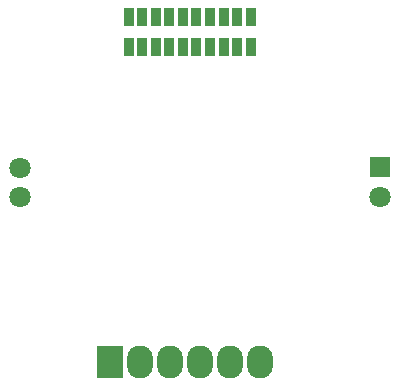
<source format=gbr>
G04 #@! TF.FileFunction,Soldermask,Bot*
%FSLAX46Y46*%
G04 Gerber Fmt 4.6, Leading zero omitted, Abs format (unit mm)*
G04 Created by KiCad (PCBNEW 4.0.6) date 07/19/17 18:28:19*
%MOMM*%
%LPD*%
G01*
G04 APERTURE LIST*
%ADD10C,0.100000*%
%ADD11R,1.800000X1.800000*%
%ADD12C,1.800000*%
%ADD13R,2.200000X2.800000*%
%ADD14O,2.200000X2.800000*%
%ADD15R,0.850000X1.500000*%
G04 APERTURE END LIST*
D10*
D11*
X166370000Y-102870000D03*
D12*
X166370000Y-105370000D03*
X135890000Y-105410000D03*
X135890000Y-102910000D03*
D13*
X143510000Y-119380000D03*
D14*
X146050000Y-119380000D03*
X148590000Y-119380000D03*
X151130000Y-119380000D03*
X153670000Y-119380000D03*
X156210000Y-119380000D03*
D15*
X145066000Y-92690000D03*
X146216000Y-92690000D03*
X147366000Y-92690000D03*
X148516000Y-92690000D03*
X149666000Y-92690000D03*
X150816000Y-92690000D03*
X151966000Y-92690000D03*
X153116000Y-92690000D03*
X154266000Y-92690000D03*
X155416000Y-92690000D03*
X155416000Y-90190000D03*
X154266000Y-90190000D03*
X153116000Y-90190000D03*
X151966000Y-90190000D03*
X150816000Y-90190000D03*
X149666000Y-90190000D03*
X148516000Y-90190000D03*
X147366000Y-90190000D03*
X146216000Y-90190000D03*
X145066000Y-90190000D03*
M02*

</source>
